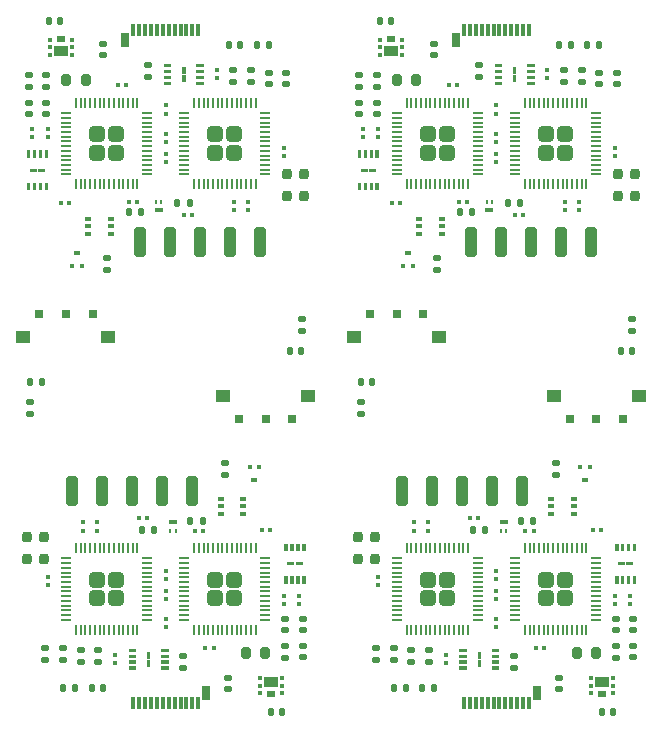
<source format=gbr>
%TF.GenerationSoftware,KiCad,Pcbnew,7.0.8*%
%TF.CreationDate,2024-04-11T01:14:03+02:00*%
%TF.ProjectId,Expansion_Card_Retrofit,45787061-6e73-4696-9f6e-5f436172645f,X1*%
%TF.SameCoordinates,Original*%
%TF.FileFunction,Paste,Top*%
%TF.FilePolarity,Positive*%
%FSLAX46Y46*%
G04 Gerber Fmt 4.6, Leading zero omitted, Abs format (unit mm)*
G04 Created by KiCad (PCBNEW 7.0.8) date 2024-04-11 01:14:03*
%MOMM*%
%LPD*%
G01*
G04 APERTURE LIST*
G04 Aperture macros list*
%AMRoundRect*
0 Rectangle with rounded corners*
0 $1 Rounding radius*
0 $2 $3 $4 $5 $6 $7 $8 $9 X,Y pos of 4 corners*
0 Add a 4 corners polygon primitive as box body*
4,1,4,$2,$3,$4,$5,$6,$7,$8,$9,$2,$3,0*
0 Add four circle primitives for the rounded corners*
1,1,$1+$1,$2,$3*
1,1,$1+$1,$4,$5*
1,1,$1+$1,$6,$7*
1,1,$1+$1,$8,$9*
0 Add four rect primitives between the rounded corners*
20,1,$1+$1,$2,$3,$4,$5,0*
20,1,$1+$1,$4,$5,$6,$7,0*
20,1,$1+$1,$6,$7,$8,$9,0*
20,1,$1+$1,$8,$9,$2,$3,0*%
G04 Aperture macros list end*
%ADD10C,0.010000*%
%ADD11RoundRect,0.250000X0.250000X1.000000X-0.250000X1.000000X-0.250000X-1.000000X0.250000X-1.000000X0*%
%ADD12RoundRect,0.250000X-0.250000X-1.000000X0.250000X-1.000000X0.250000X1.000000X-0.250000X1.000000X0*%
%ADD13RoundRect,0.135000X-0.185000X0.135000X-0.185000X-0.135000X0.185000X-0.135000X0.185000X0.135000X0*%
%ADD14RoundRect,0.135000X-0.135000X-0.185000X0.135000X-0.185000X0.135000X0.185000X-0.135000X0.185000X0*%
%ADD15R,0.800000X0.480000*%
%ADD16R,1.150000X0.950000*%
%ADD17R,0.425000X0.400000*%
%ADD18RoundRect,0.147500X0.147500X0.172500X-0.147500X0.172500X-0.147500X-0.172500X0.147500X-0.172500X0*%
%ADD19R,1.300000X1.000000*%
%ADD20R,0.800000X0.800000*%
%ADD21RoundRect,0.140000X-0.170000X0.140000X-0.170000X-0.140000X0.170000X-0.140000X0.170000X0.140000X0*%
%ADD22RoundRect,0.079500X-0.100500X0.079500X-0.100500X-0.079500X0.100500X-0.079500X0.100500X0.079500X0*%
%ADD23RoundRect,0.079500X0.100500X-0.079500X0.100500X0.079500X-0.100500X0.079500X-0.100500X-0.079500X0*%
%ADD24RoundRect,0.050000X0.050000X0.387500X-0.050000X0.387500X-0.050000X-0.387500X0.050000X-0.387500X0*%
%ADD25RoundRect,0.050000X0.387500X0.050000X-0.387500X0.050000X-0.387500X-0.050000X0.387500X-0.050000X0*%
%ADD26RoundRect,0.249999X0.395001X0.395001X-0.395001X0.395001X-0.395001X-0.395001X0.395001X-0.395001X0*%
%ADD27RoundRect,0.135000X0.185000X-0.135000X0.185000X0.135000X-0.185000X0.135000X-0.185000X-0.135000X0*%
%ADD28RoundRect,0.135000X0.135000X0.185000X-0.135000X0.185000X-0.135000X-0.185000X0.135000X-0.185000X0*%
%ADD29R,0.700000X0.400000*%
%ADD30R,0.250000X0.400000*%
%ADD31RoundRect,0.200000X-0.200000X-0.250000X0.200000X-0.250000X0.200000X0.250000X-0.200000X0.250000X0*%
%ADD32R,0.500000X0.450000*%
%ADD33R,0.400000X0.450000*%
%ADD34R,0.600000X0.420000*%
%ADD35RoundRect,0.200000X-0.200000X-0.275000X0.200000X-0.275000X0.200000X0.275000X-0.200000X0.275000X0*%
%ADD36RoundRect,0.079500X-0.079500X-0.100500X0.079500X-0.100500X0.079500X0.100500X-0.079500X0.100500X0*%
%ADD37RoundRect,0.079500X0.079500X0.100500X-0.079500X0.100500X-0.079500X-0.100500X0.079500X-0.100500X0*%
%ADD38RoundRect,0.050000X-0.387500X0.050000X-0.387500X-0.050000X0.387500X-0.050000X0.387500X0.050000X0*%
%ADD39RoundRect,0.050000X-0.050000X0.387500X-0.050000X-0.387500X0.050000X-0.387500X0.050000X0.387500X0*%
%ADD40RoundRect,0.249999X-0.395001X0.395001X-0.395001X-0.395001X0.395001X-0.395001X0.395001X0.395001X0*%
%ADD41R,0.700000X1.150000*%
%ADD42R,0.380000X1.000000*%
%ADD43RoundRect,0.140000X0.140000X0.170000X-0.140000X0.170000X-0.140000X-0.170000X0.140000X-0.170000X0*%
%ADD44RoundRect,0.147500X-0.147500X-0.172500X0.147500X-0.172500X0.147500X0.172500X-0.147500X0.172500X0*%
%ADD45RoundRect,0.140000X0.170000X-0.140000X0.170000X0.140000X-0.170000X0.140000X-0.170000X-0.140000X0*%
%ADD46RoundRect,0.249999X-0.395001X-0.395001X0.395001X-0.395001X0.395001X0.395001X-0.395001X0.395001X0*%
%ADD47RoundRect,0.050000X-0.387500X-0.050000X0.387500X-0.050000X0.387500X0.050000X-0.387500X0.050000X0*%
%ADD48RoundRect,0.050000X-0.050000X-0.387500X0.050000X-0.387500X0.050000X0.387500X-0.050000X0.387500X0*%
%ADD49RoundRect,0.200000X0.200000X0.250000X-0.200000X0.250000X-0.200000X-0.250000X0.200000X-0.250000X0*%
%ADD50RoundRect,0.200000X0.200000X0.275000X-0.200000X0.275000X-0.200000X-0.275000X0.200000X-0.275000X0*%
%ADD51RoundRect,0.249999X0.395001X-0.395001X0.395001X0.395001X-0.395001X0.395001X-0.395001X-0.395001X0*%
%ADD52RoundRect,0.050000X0.050000X-0.387500X0.050000X0.387500X-0.050000X0.387500X-0.050000X-0.387500X0*%
%ADD53RoundRect,0.050000X0.387500X-0.050000X0.387500X0.050000X-0.387500X0.050000X-0.387500X-0.050000X0*%
%ADD54RoundRect,0.140000X-0.140000X-0.170000X0.140000X-0.170000X0.140000X0.170000X-0.140000X0.170000X0*%
G04 APERTURE END LIST*
%TO.C,U5*%
D10*
X146400000Y-129600000D02*
X145850000Y-129600000D01*
X145850000Y-129400000D01*
X146400000Y-129400000D01*
X146400000Y-129600000D01*
G36*
X146400000Y-129600000D02*
G01*
X145850000Y-129600000D01*
X145850000Y-129400000D01*
X146400000Y-129400000D01*
X146400000Y-129600000D01*
G37*
X146400000Y-130100000D02*
X145850000Y-130100000D01*
X145850000Y-129900000D01*
X146400000Y-129900000D01*
X146400000Y-130100000D01*
G36*
X146400000Y-130100000D02*
G01*
X145850000Y-130100000D01*
X145850000Y-129900000D01*
X146400000Y-129900000D01*
X146400000Y-130100000D01*
G37*
X146400000Y-130600000D02*
X145850000Y-130600000D01*
X145850000Y-130400000D01*
X146400000Y-130400000D01*
X146400000Y-130600000D01*
G36*
X146400000Y-130600000D02*
G01*
X145850000Y-130600000D01*
X145850000Y-130400000D01*
X146400000Y-130400000D01*
X146400000Y-130600000D01*
G37*
X146400000Y-131100000D02*
X145850000Y-131100000D01*
X145850000Y-130900000D01*
X146400000Y-130900000D01*
X146400000Y-131100000D01*
G36*
X146400000Y-131100000D02*
G01*
X145850000Y-131100000D01*
X145850000Y-130900000D01*
X146400000Y-130900000D01*
X146400000Y-131100000D01*
G37*
X147600000Y-130150000D02*
X147400000Y-130150000D01*
X147400000Y-129650000D01*
X147600000Y-129650000D01*
X147600000Y-130150000D01*
G36*
X147600000Y-130150000D02*
G01*
X147400000Y-130150000D01*
X147400000Y-129650000D01*
X147600000Y-129650000D01*
X147600000Y-130150000D01*
G37*
X147600000Y-130850000D02*
X147400000Y-130850000D01*
X147400000Y-130350000D01*
X147600000Y-130350000D01*
X147600000Y-130850000D01*
G36*
X147600000Y-130850000D02*
G01*
X147400000Y-130850000D01*
X147400000Y-130350000D01*
X147600000Y-130350000D01*
X147600000Y-130850000D01*
G37*
X149150000Y-129600000D02*
X148600000Y-129600000D01*
X148600000Y-129400000D01*
X149150000Y-129400000D01*
X149150000Y-129600000D01*
G36*
X149150000Y-129600000D02*
G01*
X148600000Y-129600000D01*
X148600000Y-129400000D01*
X149150000Y-129400000D01*
X149150000Y-129600000D01*
G37*
X149150000Y-130100000D02*
X148600000Y-130100000D01*
X148600000Y-129900000D01*
X149150000Y-129900000D01*
X149150000Y-130100000D01*
G36*
X149150000Y-130100000D02*
G01*
X148600000Y-130100000D01*
X148600000Y-129900000D01*
X149150000Y-129900000D01*
X149150000Y-130100000D01*
G37*
X149150000Y-130600000D02*
X148600000Y-130600000D01*
X148600000Y-130400000D01*
X149150000Y-130400000D01*
X149150000Y-130600000D01*
G36*
X149150000Y-130600000D02*
G01*
X148600000Y-130600000D01*
X148600000Y-130400000D01*
X149150000Y-130400000D01*
X149150000Y-130600000D01*
G37*
X149150000Y-131100000D02*
X148600000Y-131100000D01*
X148600000Y-130900000D01*
X149150000Y-130900000D01*
X149150000Y-131100000D01*
G36*
X149150000Y-131100000D02*
G01*
X148600000Y-131100000D01*
X148600000Y-130900000D01*
X149150000Y-130900000D01*
X149150000Y-131100000D01*
G37*
%TO.C,U3*%
X159250000Y-123800000D02*
X159050000Y-123800000D01*
X159050000Y-123250000D01*
X159250000Y-123250000D01*
X159250000Y-123800000D01*
G36*
X159250000Y-123800000D02*
G01*
X159050000Y-123800000D01*
X159050000Y-123250000D01*
X159250000Y-123250000D01*
X159250000Y-123800000D01*
G37*
X159750000Y-123800000D02*
X159550000Y-123800000D01*
X159550000Y-123250000D01*
X159750000Y-123250000D01*
X159750000Y-123800000D01*
G36*
X159750000Y-123800000D02*
G01*
X159550000Y-123800000D01*
X159550000Y-123250000D01*
X159750000Y-123250000D01*
X159750000Y-123800000D01*
G37*
X160250000Y-123800000D02*
X160050000Y-123800000D01*
X160050000Y-123250000D01*
X160250000Y-123250000D01*
X160250000Y-123800000D01*
G36*
X160250000Y-123800000D02*
G01*
X160050000Y-123800000D01*
X160050000Y-123250000D01*
X160250000Y-123250000D01*
X160250000Y-123800000D01*
G37*
X160750000Y-123800000D02*
X160550000Y-123800000D01*
X160550000Y-123250000D01*
X160750000Y-123250000D01*
X160750000Y-123800000D01*
G36*
X160750000Y-123800000D02*
G01*
X160550000Y-123800000D01*
X160550000Y-123250000D01*
X160750000Y-123250000D01*
X160750000Y-123800000D01*
G37*
X159800000Y-122250000D02*
X159300000Y-122250000D01*
X159300000Y-122050000D01*
X159800000Y-122050000D01*
X159800000Y-122250000D01*
G36*
X159800000Y-122250000D02*
G01*
X159300000Y-122250000D01*
X159300000Y-122050000D01*
X159800000Y-122050000D01*
X159800000Y-122250000D01*
G37*
X160500000Y-122250000D02*
X160000000Y-122250000D01*
X160000000Y-122050000D01*
X160500000Y-122050000D01*
X160500000Y-122250000D01*
G36*
X160500000Y-122250000D02*
G01*
X160000000Y-122250000D01*
X160000000Y-122050000D01*
X160500000Y-122050000D01*
X160500000Y-122250000D01*
G37*
X159250000Y-121050000D02*
X159050000Y-121050000D01*
X159050000Y-120500000D01*
X159250000Y-120500000D01*
X159250000Y-121050000D01*
G36*
X159250000Y-121050000D02*
G01*
X159050000Y-121050000D01*
X159050000Y-120500000D01*
X159250000Y-120500000D01*
X159250000Y-121050000D01*
G37*
X159750000Y-121050000D02*
X159550000Y-121050000D01*
X159550000Y-120500000D01*
X159750000Y-120500000D01*
X159750000Y-121050000D01*
G36*
X159750000Y-121050000D02*
G01*
X159550000Y-121050000D01*
X159550000Y-120500000D01*
X159750000Y-120500000D01*
X159750000Y-121050000D01*
G37*
X160250000Y-121050000D02*
X160050000Y-121050000D01*
X160050000Y-120500000D01*
X160250000Y-120500000D01*
X160250000Y-121050000D01*
G36*
X160250000Y-121050000D02*
G01*
X160050000Y-121050000D01*
X160050000Y-120500000D01*
X160250000Y-120500000D01*
X160250000Y-121050000D01*
G37*
X160750000Y-121050000D02*
X160550000Y-121050000D01*
X160550000Y-120500000D01*
X160750000Y-120500000D01*
X160750000Y-121050000D01*
G36*
X160750000Y-121050000D02*
G01*
X160550000Y-121050000D01*
X160550000Y-120500000D01*
X160750000Y-120500000D01*
X160750000Y-121050000D01*
G37*
%TO.C,U5*%
X121150000Y-131100000D02*
X120600000Y-131100000D01*
X120600000Y-130900000D01*
X121150000Y-130900000D01*
X121150000Y-131100000D01*
G36*
X121150000Y-131100000D02*
G01*
X120600000Y-131100000D01*
X120600000Y-130900000D01*
X121150000Y-130900000D01*
X121150000Y-131100000D01*
G37*
X121150000Y-130600000D02*
X120600000Y-130600000D01*
X120600000Y-130400000D01*
X121150000Y-130400000D01*
X121150000Y-130600000D01*
G36*
X121150000Y-130600000D02*
G01*
X120600000Y-130600000D01*
X120600000Y-130400000D01*
X121150000Y-130400000D01*
X121150000Y-130600000D01*
G37*
X121150000Y-130100000D02*
X120600000Y-130100000D01*
X120600000Y-129900000D01*
X121150000Y-129900000D01*
X121150000Y-130100000D01*
G36*
X121150000Y-130100000D02*
G01*
X120600000Y-130100000D01*
X120600000Y-129900000D01*
X121150000Y-129900000D01*
X121150000Y-130100000D01*
G37*
X121150000Y-129600000D02*
X120600000Y-129600000D01*
X120600000Y-129400000D01*
X121150000Y-129400000D01*
X121150000Y-129600000D01*
G36*
X121150000Y-129600000D02*
G01*
X120600000Y-129600000D01*
X120600000Y-129400000D01*
X121150000Y-129400000D01*
X121150000Y-129600000D01*
G37*
X119600000Y-130850000D02*
X119400000Y-130850000D01*
X119400000Y-130350000D01*
X119600000Y-130350000D01*
X119600000Y-130850000D01*
G36*
X119600000Y-130850000D02*
G01*
X119400000Y-130850000D01*
X119400000Y-130350000D01*
X119600000Y-130350000D01*
X119600000Y-130850000D01*
G37*
X119600000Y-130150000D02*
X119400000Y-130150000D01*
X119400000Y-129650000D01*
X119600000Y-129650000D01*
X119600000Y-130150000D01*
G36*
X119600000Y-130150000D02*
G01*
X119400000Y-130150000D01*
X119400000Y-129650000D01*
X119600000Y-129650000D01*
X119600000Y-130150000D01*
G37*
X118400000Y-131100000D02*
X117850000Y-131100000D01*
X117850000Y-130900000D01*
X118400000Y-130900000D01*
X118400000Y-131100000D01*
G36*
X118400000Y-131100000D02*
G01*
X117850000Y-131100000D01*
X117850000Y-130900000D01*
X118400000Y-130900000D01*
X118400000Y-131100000D01*
G37*
X118400000Y-130600000D02*
X117850000Y-130600000D01*
X117850000Y-130400000D01*
X118400000Y-130400000D01*
X118400000Y-130600000D01*
G36*
X118400000Y-130600000D02*
G01*
X117850000Y-130600000D01*
X117850000Y-130400000D01*
X118400000Y-130400000D01*
X118400000Y-130600000D01*
G37*
X118400000Y-130100000D02*
X117850000Y-130100000D01*
X117850000Y-129900000D01*
X118400000Y-129900000D01*
X118400000Y-130100000D01*
G36*
X118400000Y-130100000D02*
G01*
X117850000Y-130100000D01*
X117850000Y-129900000D01*
X118400000Y-129900000D01*
X118400000Y-130100000D01*
G37*
X118400000Y-129600000D02*
X117850000Y-129600000D01*
X117850000Y-129400000D01*
X118400000Y-129400000D01*
X118400000Y-129600000D01*
G36*
X118400000Y-129600000D02*
G01*
X117850000Y-129600000D01*
X117850000Y-129400000D01*
X118400000Y-129400000D01*
X118400000Y-129600000D01*
G37*
%TO.C,U3*%
X132750000Y-121050000D02*
X132550000Y-121050000D01*
X132550000Y-120500000D01*
X132750000Y-120500000D01*
X132750000Y-121050000D01*
G36*
X132750000Y-121050000D02*
G01*
X132550000Y-121050000D01*
X132550000Y-120500000D01*
X132750000Y-120500000D01*
X132750000Y-121050000D01*
G37*
X132250000Y-121050000D02*
X132050000Y-121050000D01*
X132050000Y-120500000D01*
X132250000Y-120500000D01*
X132250000Y-121050000D01*
G36*
X132250000Y-121050000D02*
G01*
X132050000Y-121050000D01*
X132050000Y-120500000D01*
X132250000Y-120500000D01*
X132250000Y-121050000D01*
G37*
X131750000Y-121050000D02*
X131550000Y-121050000D01*
X131550000Y-120500000D01*
X131750000Y-120500000D01*
X131750000Y-121050000D01*
G36*
X131750000Y-121050000D02*
G01*
X131550000Y-121050000D01*
X131550000Y-120500000D01*
X131750000Y-120500000D01*
X131750000Y-121050000D01*
G37*
X131250000Y-121050000D02*
X131050000Y-121050000D01*
X131050000Y-120500000D01*
X131250000Y-120500000D01*
X131250000Y-121050000D01*
G36*
X131250000Y-121050000D02*
G01*
X131050000Y-121050000D01*
X131050000Y-120500000D01*
X131250000Y-120500000D01*
X131250000Y-121050000D01*
G37*
X132500000Y-122250000D02*
X132000000Y-122250000D01*
X132000000Y-122050000D01*
X132500000Y-122050000D01*
X132500000Y-122250000D01*
G36*
X132500000Y-122250000D02*
G01*
X132000000Y-122250000D01*
X132000000Y-122050000D01*
X132500000Y-122050000D01*
X132500000Y-122250000D01*
G37*
X131800000Y-122250000D02*
X131300000Y-122250000D01*
X131300000Y-122050000D01*
X131800000Y-122050000D01*
X131800000Y-122250000D01*
G36*
X131800000Y-122250000D02*
G01*
X131300000Y-122250000D01*
X131300000Y-122050000D01*
X131800000Y-122050000D01*
X131800000Y-122250000D01*
G37*
X132750000Y-123800000D02*
X132550000Y-123800000D01*
X132550000Y-123250000D01*
X132750000Y-123250000D01*
X132750000Y-123800000D01*
G36*
X132750000Y-123800000D02*
G01*
X132550000Y-123800000D01*
X132550000Y-123250000D01*
X132750000Y-123250000D01*
X132750000Y-123800000D01*
G37*
X132250000Y-123800000D02*
X132050000Y-123800000D01*
X132050000Y-123250000D01*
X132250000Y-123250000D01*
X132250000Y-123800000D01*
G36*
X132250000Y-123800000D02*
G01*
X132050000Y-123800000D01*
X132050000Y-123250000D01*
X132250000Y-123250000D01*
X132250000Y-123800000D01*
G37*
X131750000Y-123800000D02*
X131550000Y-123800000D01*
X131550000Y-123250000D01*
X131750000Y-123250000D01*
X131750000Y-123800000D01*
G36*
X131750000Y-123800000D02*
G01*
X131550000Y-123800000D01*
X131550000Y-123250000D01*
X131750000Y-123250000D01*
X131750000Y-123800000D01*
G37*
X131250000Y-123800000D02*
X131050000Y-123800000D01*
X131050000Y-123250000D01*
X131250000Y-123250000D01*
X131250000Y-123800000D01*
G36*
X131250000Y-123800000D02*
G01*
X131050000Y-123800000D01*
X131050000Y-123250000D01*
X131250000Y-123250000D01*
X131250000Y-123800000D01*
G37*
%TO.C,U5*%
X149400000Y-80100000D02*
X148850000Y-80100000D01*
X148850000Y-79900000D01*
X149400000Y-79900000D01*
X149400000Y-80100000D01*
G36*
X149400000Y-80100000D02*
G01*
X148850000Y-80100000D01*
X148850000Y-79900000D01*
X149400000Y-79900000D01*
X149400000Y-80100000D01*
G37*
X149400000Y-80600000D02*
X148850000Y-80600000D01*
X148850000Y-80400000D01*
X149400000Y-80400000D01*
X149400000Y-80600000D01*
G36*
X149400000Y-80600000D02*
G01*
X148850000Y-80600000D01*
X148850000Y-80400000D01*
X149400000Y-80400000D01*
X149400000Y-80600000D01*
G37*
X149400000Y-81100000D02*
X148850000Y-81100000D01*
X148850000Y-80900000D01*
X149400000Y-80900000D01*
X149400000Y-81100000D01*
G36*
X149400000Y-81100000D02*
G01*
X148850000Y-81100000D01*
X148850000Y-80900000D01*
X149400000Y-80900000D01*
X149400000Y-81100000D01*
G37*
X149400000Y-81600000D02*
X148850000Y-81600000D01*
X148850000Y-81400000D01*
X149400000Y-81400000D01*
X149400000Y-81600000D01*
G36*
X149400000Y-81600000D02*
G01*
X148850000Y-81600000D01*
X148850000Y-81400000D01*
X149400000Y-81400000D01*
X149400000Y-81600000D01*
G37*
X150600000Y-80650000D02*
X150400000Y-80650000D01*
X150400000Y-80150000D01*
X150600000Y-80150000D01*
X150600000Y-80650000D01*
G36*
X150600000Y-80650000D02*
G01*
X150400000Y-80650000D01*
X150400000Y-80150000D01*
X150600000Y-80150000D01*
X150600000Y-80650000D01*
G37*
X150600000Y-81350000D02*
X150400000Y-81350000D01*
X150400000Y-80850000D01*
X150600000Y-80850000D01*
X150600000Y-81350000D01*
G36*
X150600000Y-81350000D02*
G01*
X150400000Y-81350000D01*
X150400000Y-80850000D01*
X150600000Y-80850000D01*
X150600000Y-81350000D01*
G37*
X152150000Y-80100000D02*
X151600000Y-80100000D01*
X151600000Y-79900000D01*
X152150000Y-79900000D01*
X152150000Y-80100000D01*
G36*
X152150000Y-80100000D02*
G01*
X151600000Y-80100000D01*
X151600000Y-79900000D01*
X152150000Y-79900000D01*
X152150000Y-80100000D01*
G37*
X152150000Y-80600000D02*
X151600000Y-80600000D01*
X151600000Y-80400000D01*
X152150000Y-80400000D01*
X152150000Y-80600000D01*
G36*
X152150000Y-80600000D02*
G01*
X151600000Y-80600000D01*
X151600000Y-80400000D01*
X152150000Y-80400000D01*
X152150000Y-80600000D01*
G37*
X152150000Y-81100000D02*
X151600000Y-81100000D01*
X151600000Y-80900000D01*
X152150000Y-80900000D01*
X152150000Y-81100000D01*
G36*
X152150000Y-81100000D02*
G01*
X151600000Y-81100000D01*
X151600000Y-80900000D01*
X152150000Y-80900000D01*
X152150000Y-81100000D01*
G37*
X152150000Y-81600000D02*
X151600000Y-81600000D01*
X151600000Y-81400000D01*
X152150000Y-81400000D01*
X152150000Y-81600000D01*
G36*
X152150000Y-81600000D02*
G01*
X151600000Y-81600000D01*
X151600000Y-81400000D01*
X152150000Y-81400000D01*
X152150000Y-81600000D01*
G37*
%TO.C,U3*%
X137450000Y-90500000D02*
X137250000Y-90500000D01*
X137250000Y-89950000D01*
X137450000Y-89950000D01*
X137450000Y-90500000D01*
G36*
X137450000Y-90500000D02*
G01*
X137250000Y-90500000D01*
X137250000Y-89950000D01*
X137450000Y-89950000D01*
X137450000Y-90500000D01*
G37*
X137950000Y-90500000D02*
X137750000Y-90500000D01*
X137750000Y-89950000D01*
X137950000Y-89950000D01*
X137950000Y-90500000D01*
G36*
X137950000Y-90500000D02*
G01*
X137750000Y-90500000D01*
X137750000Y-89950000D01*
X137950000Y-89950000D01*
X137950000Y-90500000D01*
G37*
X138450000Y-90500000D02*
X138250000Y-90500000D01*
X138250000Y-89950000D01*
X138450000Y-89950000D01*
X138450000Y-90500000D01*
G36*
X138450000Y-90500000D02*
G01*
X138250000Y-90500000D01*
X138250000Y-89950000D01*
X138450000Y-89950000D01*
X138450000Y-90500000D01*
G37*
X138950000Y-90500000D02*
X138750000Y-90500000D01*
X138750000Y-89950000D01*
X138950000Y-89950000D01*
X138950000Y-90500000D01*
G36*
X138950000Y-90500000D02*
G01*
X138750000Y-90500000D01*
X138750000Y-89950000D01*
X138950000Y-89950000D01*
X138950000Y-90500000D01*
G37*
X138000000Y-88950000D02*
X137500000Y-88950000D01*
X137500000Y-88750000D01*
X138000000Y-88750000D01*
X138000000Y-88950000D01*
G36*
X138000000Y-88950000D02*
G01*
X137500000Y-88950000D01*
X137500000Y-88750000D01*
X138000000Y-88750000D01*
X138000000Y-88950000D01*
G37*
X138700000Y-88950000D02*
X138200000Y-88950000D01*
X138200000Y-88750000D01*
X138700000Y-88750000D01*
X138700000Y-88950000D01*
G36*
X138700000Y-88950000D02*
G01*
X138200000Y-88950000D01*
X138200000Y-88750000D01*
X138700000Y-88750000D01*
X138700000Y-88950000D01*
G37*
X137450000Y-87750000D02*
X137250000Y-87750000D01*
X137250000Y-87200000D01*
X137450000Y-87200000D01*
X137450000Y-87750000D01*
G36*
X137450000Y-87750000D02*
G01*
X137250000Y-87750000D01*
X137250000Y-87200000D01*
X137450000Y-87200000D01*
X137450000Y-87750000D01*
G37*
X137950000Y-87750000D02*
X137750000Y-87750000D01*
X137750000Y-87200000D01*
X137950000Y-87200000D01*
X137950000Y-87750000D01*
G36*
X137950000Y-87750000D02*
G01*
X137750000Y-87750000D01*
X137750000Y-87200000D01*
X137950000Y-87200000D01*
X137950000Y-87750000D01*
G37*
X138450000Y-87750000D02*
X138250000Y-87750000D01*
X138250000Y-87200000D01*
X138450000Y-87200000D01*
X138450000Y-87750000D01*
G36*
X138450000Y-87750000D02*
G01*
X138250000Y-87750000D01*
X138250000Y-87200000D01*
X138450000Y-87200000D01*
X138450000Y-87750000D01*
G37*
X138950000Y-87750000D02*
X138750000Y-87750000D01*
X138750000Y-87200000D01*
X138950000Y-87200000D01*
X138950000Y-87750000D01*
G36*
X138950000Y-87750000D02*
G01*
X138750000Y-87750000D01*
X138750000Y-87200000D01*
X138950000Y-87200000D01*
X138950000Y-87750000D01*
G37*
%TO.C,U5*%
X124150000Y-81600000D02*
X123600000Y-81600000D01*
X123600000Y-81400000D01*
X124150000Y-81400000D01*
X124150000Y-81600000D01*
G36*
X124150000Y-81600000D02*
G01*
X123600000Y-81600000D01*
X123600000Y-81400000D01*
X124150000Y-81400000D01*
X124150000Y-81600000D01*
G37*
X124150000Y-81100000D02*
X123600000Y-81100000D01*
X123600000Y-80900000D01*
X124150000Y-80900000D01*
X124150000Y-81100000D01*
G36*
X124150000Y-81100000D02*
G01*
X123600000Y-81100000D01*
X123600000Y-80900000D01*
X124150000Y-80900000D01*
X124150000Y-81100000D01*
G37*
X124150000Y-80600000D02*
X123600000Y-80600000D01*
X123600000Y-80400000D01*
X124150000Y-80400000D01*
X124150000Y-80600000D01*
G36*
X124150000Y-80600000D02*
G01*
X123600000Y-80600000D01*
X123600000Y-80400000D01*
X124150000Y-80400000D01*
X124150000Y-80600000D01*
G37*
X124150000Y-80100000D02*
X123600000Y-80100000D01*
X123600000Y-79900000D01*
X124150000Y-79900000D01*
X124150000Y-80100000D01*
G36*
X124150000Y-80100000D02*
G01*
X123600000Y-80100000D01*
X123600000Y-79900000D01*
X124150000Y-79900000D01*
X124150000Y-80100000D01*
G37*
X122600000Y-81350000D02*
X122400000Y-81350000D01*
X122400000Y-80850000D01*
X122600000Y-80850000D01*
X122600000Y-81350000D01*
G36*
X122600000Y-81350000D02*
G01*
X122400000Y-81350000D01*
X122400000Y-80850000D01*
X122600000Y-80850000D01*
X122600000Y-81350000D01*
G37*
X122600000Y-80650000D02*
X122400000Y-80650000D01*
X122400000Y-80150000D01*
X122600000Y-80150000D01*
X122600000Y-80650000D01*
G36*
X122600000Y-80650000D02*
G01*
X122400000Y-80650000D01*
X122400000Y-80150000D01*
X122600000Y-80150000D01*
X122600000Y-80650000D01*
G37*
X121400000Y-81600000D02*
X120850000Y-81600000D01*
X120850000Y-81400000D01*
X121400000Y-81400000D01*
X121400000Y-81600000D01*
G36*
X121400000Y-81600000D02*
G01*
X120850000Y-81600000D01*
X120850000Y-81400000D01*
X121400000Y-81400000D01*
X121400000Y-81600000D01*
G37*
X121400000Y-81100000D02*
X120850000Y-81100000D01*
X120850000Y-80900000D01*
X121400000Y-80900000D01*
X121400000Y-81100000D01*
G36*
X121400000Y-81100000D02*
G01*
X120850000Y-81100000D01*
X120850000Y-80900000D01*
X121400000Y-80900000D01*
X121400000Y-81100000D01*
G37*
X121400000Y-80600000D02*
X120850000Y-80600000D01*
X120850000Y-80400000D01*
X121400000Y-80400000D01*
X121400000Y-80600000D01*
G36*
X121400000Y-80600000D02*
G01*
X120850000Y-80600000D01*
X120850000Y-80400000D01*
X121400000Y-80400000D01*
X121400000Y-80600000D01*
G37*
X121400000Y-80100000D02*
X120850000Y-80100000D01*
X120850000Y-79900000D01*
X121400000Y-79900000D01*
X121400000Y-80100000D01*
G36*
X121400000Y-80100000D02*
G01*
X120850000Y-80100000D01*
X120850000Y-79900000D01*
X121400000Y-79900000D01*
X121400000Y-80100000D01*
G37*
%TO.C,U3*%
X109450000Y-90500000D02*
X109250000Y-90500000D01*
X109250000Y-89950000D01*
X109450000Y-89950000D01*
X109450000Y-90500000D01*
G36*
X109450000Y-90500000D02*
G01*
X109250000Y-90500000D01*
X109250000Y-89950000D01*
X109450000Y-89950000D01*
X109450000Y-90500000D01*
G37*
X109950000Y-90500000D02*
X109750000Y-90500000D01*
X109750000Y-89950000D01*
X109950000Y-89950000D01*
X109950000Y-90500000D01*
G36*
X109950000Y-90500000D02*
G01*
X109750000Y-90500000D01*
X109750000Y-89950000D01*
X109950000Y-89950000D01*
X109950000Y-90500000D01*
G37*
X110450000Y-90500000D02*
X110250000Y-90500000D01*
X110250000Y-89950000D01*
X110450000Y-89950000D01*
X110450000Y-90500000D01*
G36*
X110450000Y-90500000D02*
G01*
X110250000Y-90500000D01*
X110250000Y-89950000D01*
X110450000Y-89950000D01*
X110450000Y-90500000D01*
G37*
X110950000Y-90500000D02*
X110750000Y-90500000D01*
X110750000Y-89950000D01*
X110950000Y-89950000D01*
X110950000Y-90500000D01*
G36*
X110950000Y-90500000D02*
G01*
X110750000Y-90500000D01*
X110750000Y-89950000D01*
X110950000Y-89950000D01*
X110950000Y-90500000D01*
G37*
X110000000Y-88950000D02*
X109500000Y-88950000D01*
X109500000Y-88750000D01*
X110000000Y-88750000D01*
X110000000Y-88950000D01*
G36*
X110000000Y-88950000D02*
G01*
X109500000Y-88950000D01*
X109500000Y-88750000D01*
X110000000Y-88750000D01*
X110000000Y-88950000D01*
G37*
X110700000Y-88950000D02*
X110200000Y-88950000D01*
X110200000Y-88750000D01*
X110700000Y-88750000D01*
X110700000Y-88950000D01*
G36*
X110700000Y-88950000D02*
G01*
X110200000Y-88950000D01*
X110200000Y-88750000D01*
X110700000Y-88750000D01*
X110700000Y-88950000D01*
G37*
X109450000Y-87750000D02*
X109250000Y-87750000D01*
X109250000Y-87200000D01*
X109450000Y-87200000D01*
X109450000Y-87750000D01*
G36*
X109450000Y-87750000D02*
G01*
X109250000Y-87750000D01*
X109250000Y-87200000D01*
X109450000Y-87200000D01*
X109450000Y-87750000D01*
G37*
X109950000Y-87750000D02*
X109750000Y-87750000D01*
X109750000Y-87200000D01*
X109950000Y-87200000D01*
X109950000Y-87750000D01*
G36*
X109950000Y-87750000D02*
G01*
X109750000Y-87750000D01*
X109750000Y-87200000D01*
X109950000Y-87200000D01*
X109950000Y-87750000D01*
G37*
X110450000Y-87750000D02*
X110250000Y-87750000D01*
X110250000Y-87200000D01*
X110450000Y-87200000D01*
X110450000Y-87750000D01*
G36*
X110450000Y-87750000D02*
G01*
X110250000Y-87750000D01*
X110250000Y-87200000D01*
X110450000Y-87200000D01*
X110450000Y-87750000D01*
G37*
X110950000Y-87750000D02*
X110750000Y-87750000D01*
X110750000Y-87200000D01*
X110950000Y-87200000D01*
X110950000Y-87750000D01*
G36*
X110950000Y-87750000D02*
G01*
X110750000Y-87750000D01*
X110750000Y-87200000D01*
X110950000Y-87200000D01*
X110950000Y-87750000D01*
G37*
%TD*%
D11*
%TO.C,J1*%
X141020000Y-116025000D03*
X143560000Y-116025000D03*
X146100000Y-116025000D03*
X148640000Y-116025000D03*
X151180000Y-116025000D03*
%TD*%
%TO.C,J1*%
X123180000Y-116025000D03*
X120640000Y-116025000D03*
X118100000Y-116025000D03*
X115560000Y-116025000D03*
X113020000Y-116025000D03*
%TD*%
D12*
%TO.C,J1*%
X146820000Y-94975000D03*
X149360000Y-94975000D03*
X151900000Y-94975000D03*
X154440000Y-94975000D03*
X156980000Y-94975000D03*
%TD*%
%TO.C,J1*%
X118820000Y-94975000D03*
X121360000Y-94975000D03*
X123900000Y-94975000D03*
X126440000Y-94975000D03*
X128980000Y-94975000D03*
%TD*%
D13*
%TO.C,R2*%
X154000000Y-114660000D03*
X154000000Y-113640000D03*
%TD*%
D14*
%TO.C,R17*%
X141310000Y-132750000D03*
X140290000Y-132750000D03*
%TD*%
D15*
%TO.C,U1*%
X157900000Y-133225000D03*
D16*
X157900000Y-132200000D03*
D17*
X158837500Y-131875000D03*
X158837500Y-132525000D03*
X158837500Y-133175000D03*
X156962500Y-133175000D03*
X156962500Y-132525000D03*
X156962500Y-131875000D03*
%TD*%
D18*
%TO.C,D1*%
X137515000Y-106837500D03*
X138485000Y-106837500D03*
%TD*%
D19*
%TO.C,S1*%
X161050000Y-108013500D03*
X153850000Y-108013500D03*
D20*
X155200000Y-109913500D03*
X157450000Y-109913500D03*
X159700000Y-109913500D03*
%TD*%
D21*
%TO.C,C14*%
X140300000Y-130330000D03*
X140300000Y-129370000D03*
%TD*%
D22*
%TO.C,C13*%
X144700000Y-130595000D03*
X144700000Y-129905000D03*
%TD*%
D21*
%TO.C,C15*%
X138800000Y-130330000D03*
X138800000Y-129370000D03*
%TD*%
D23*
%TO.C,C12*%
X142000000Y-118705000D03*
X142000000Y-119395000D03*
%TD*%
D22*
%TO.C,C21*%
X139000000Y-124015000D03*
X139000000Y-123325000D03*
%TD*%
D24*
%TO.C,U4*%
X146600000Y-127787500D03*
X146200000Y-127787500D03*
X145800000Y-127787500D03*
X145400000Y-127787500D03*
X145000000Y-127787500D03*
X144600000Y-127787500D03*
X144200000Y-127787500D03*
X143800000Y-127787500D03*
X143400000Y-127787500D03*
X143000000Y-127787500D03*
X142600000Y-127787500D03*
X142200000Y-127787500D03*
X141800000Y-127787500D03*
X141400000Y-127787500D03*
D25*
X140562500Y-126950000D03*
X140562500Y-126550000D03*
X140562500Y-126150000D03*
X140562500Y-125750000D03*
X140562500Y-125350000D03*
X140562500Y-124950000D03*
X140562500Y-124550000D03*
X140562500Y-124150000D03*
X140562500Y-123750000D03*
X140562500Y-123350000D03*
X140562500Y-122950000D03*
X140562500Y-122550000D03*
X140562500Y-122150000D03*
X140562500Y-121750000D03*
D24*
X141400000Y-120912500D03*
X141800000Y-120912500D03*
X142200000Y-120912500D03*
X142600000Y-120912500D03*
X143000000Y-120912500D03*
X143400000Y-120912500D03*
X143800000Y-120912500D03*
X144200000Y-120912500D03*
X144600000Y-120912500D03*
X145000000Y-120912500D03*
X145400000Y-120912500D03*
X145800000Y-120912500D03*
X146200000Y-120912500D03*
X146600000Y-120912500D03*
D25*
X147437500Y-121750000D03*
X147437500Y-122150000D03*
X147437500Y-122550000D03*
X147437500Y-122950000D03*
X147437500Y-123350000D03*
X147437500Y-123750000D03*
X147437500Y-124150000D03*
X147437500Y-124550000D03*
X147437500Y-124950000D03*
X147437500Y-125350000D03*
X147437500Y-125750000D03*
X147437500Y-126150000D03*
X147437500Y-126550000D03*
X147437500Y-126950000D03*
D26*
X143200000Y-123550000D03*
X143200000Y-125150000D03*
X144800000Y-123550000D03*
X144800000Y-125150000D03*
%TD*%
D23*
%TO.C,C20*%
X143200000Y-118705000D03*
X143200000Y-119395000D03*
%TD*%
D22*
%TO.C,C16*%
X149000000Y-127595000D03*
X149000000Y-126905000D03*
%TD*%
D23*
%TO.C,C19*%
X149000000Y-122805000D03*
X149000000Y-123495000D03*
%TD*%
D27*
%TO.C,R1*%
X150500000Y-130040000D03*
X150500000Y-131060000D03*
%TD*%
D28*
%TO.C,R15*%
X151090000Y-118550000D03*
X152110000Y-118550000D03*
%TD*%
D27*
%TO.C,R4*%
X137500000Y-108477500D03*
X137500000Y-109497500D03*
%TD*%
D29*
%TO.C,Q1*%
X149600000Y-118700000D03*
D30*
X149825000Y-119400000D03*
X149375000Y-119400000D03*
%TD*%
D31*
%TO.C,X1*%
X138725000Y-119925000D03*
X138725000Y-121775000D03*
X137275000Y-121775000D03*
X137275000Y-119925000D03*
%TD*%
D27*
%TO.C,R9*%
X143300000Y-129540000D03*
X143300000Y-130560000D03*
%TD*%
D32*
%TO.C,Q2*%
X156500000Y-115125000D03*
D33*
X156100000Y-113975000D03*
X156900000Y-113975000D03*
%TD*%
D34*
%TO.C,Q3*%
X153650000Y-118000000D03*
X153650000Y-117350000D03*
X153650000Y-116700000D03*
X155550000Y-116700000D03*
X155550000Y-117350000D03*
X155550000Y-118000000D03*
%TD*%
D21*
%TO.C,C1*%
X154300000Y-132830000D03*
X154300000Y-131870000D03*
%TD*%
D27*
%TO.C,R12*%
X159100000Y-129140000D03*
X159100000Y-130160000D03*
%TD*%
D35*
%TO.C,R11*%
X157425000Y-129750000D03*
X155775000Y-129750000D03*
%TD*%
D22*
%TO.C,C11*%
X160300000Y-125595000D03*
X160300000Y-124905000D03*
%TD*%
%TO.C,C6*%
X159000000Y-125595000D03*
X159000000Y-124905000D03*
%TD*%
D36*
%TO.C,C10*%
X157845000Y-119350000D03*
X157155000Y-119350000D03*
%TD*%
D37*
%TO.C,C24*%
X152355000Y-129350000D03*
X153045000Y-129350000D03*
%TD*%
D21*
%TO.C,C7*%
X160600000Y-127830000D03*
X160600000Y-126870000D03*
%TD*%
D37*
%TO.C,C22*%
X151455000Y-119450000D03*
X152145000Y-119450000D03*
%TD*%
D38*
%TO.C,U2*%
X157437500Y-121750000D03*
X157437500Y-122150000D03*
X157437500Y-122550000D03*
X157437500Y-122950000D03*
X157437500Y-123350000D03*
X157437500Y-123750000D03*
X157437500Y-124150000D03*
X157437500Y-124550000D03*
X157437500Y-124950000D03*
X157437500Y-125350000D03*
X157437500Y-125750000D03*
X157437500Y-126150000D03*
X157437500Y-126550000D03*
X157437500Y-126950000D03*
D39*
X156600000Y-127787500D03*
X156200000Y-127787500D03*
X155800000Y-127787500D03*
X155400000Y-127787500D03*
X155000000Y-127787500D03*
X154600000Y-127787500D03*
X154200000Y-127787500D03*
X153800000Y-127787500D03*
X153400000Y-127787500D03*
X153000000Y-127787500D03*
X152600000Y-127787500D03*
X152200000Y-127787500D03*
X151800000Y-127787500D03*
X151400000Y-127787500D03*
D38*
X150562500Y-126950000D03*
X150562500Y-126550000D03*
X150562500Y-126150000D03*
X150562500Y-125750000D03*
X150562500Y-125350000D03*
X150562500Y-124950000D03*
X150562500Y-124550000D03*
X150562500Y-124150000D03*
X150562500Y-123750000D03*
X150562500Y-123350000D03*
X150562500Y-122950000D03*
X150562500Y-122550000D03*
X150562500Y-122150000D03*
X150562500Y-121750000D03*
D39*
X151400000Y-120912500D03*
X151800000Y-120912500D03*
X152200000Y-120912500D03*
X152600000Y-120912500D03*
X153000000Y-120912500D03*
X153400000Y-120912500D03*
X153800000Y-120912500D03*
X154200000Y-120912500D03*
X154600000Y-120912500D03*
X155000000Y-120912500D03*
X155400000Y-120912500D03*
X155800000Y-120912500D03*
X156200000Y-120912500D03*
X156600000Y-120912500D03*
D40*
X153200000Y-125150000D03*
X154800000Y-125150000D03*
X153200000Y-123550000D03*
X154800000Y-123550000D03*
%TD*%
D21*
%TO.C,C8*%
X159100000Y-127830000D03*
X159100000Y-126870000D03*
%TD*%
D22*
%TO.C,C5*%
X149000000Y-125195000D03*
X149000000Y-124505000D03*
%TD*%
D21*
%TO.C,C9*%
X160600000Y-130130000D03*
X160600000Y-129170000D03*
%TD*%
D41*
%TO.C,P1*%
X152420000Y-133120000D03*
D42*
X146250000Y-133960000D03*
X146750000Y-133960000D03*
X147250000Y-133960000D03*
X147750000Y-133960000D03*
X148250000Y-133960000D03*
X148750000Y-133960000D03*
X149250000Y-133960000D03*
X149750000Y-133960000D03*
X150250000Y-133960000D03*
X150750000Y-133960000D03*
X151250000Y-133960000D03*
X151750000Y-133960000D03*
%TD*%
D37*
%TO.C,C18*%
X146755000Y-118350000D03*
X147445000Y-118350000D03*
%TD*%
D18*
%TO.C,D2*%
X142715000Y-132750000D03*
X143685000Y-132750000D03*
%TD*%
D28*
%TO.C,R16*%
X146990000Y-119350000D03*
X148010000Y-119350000D03*
%TD*%
D27*
%TO.C,R10*%
X141800000Y-129540000D03*
X141800000Y-130560000D03*
%TD*%
D43*
%TO.C,C2*%
X157920000Y-134750000D03*
X158880000Y-134750000D03*
%TD*%
D13*
%TO.C,R2*%
X126000000Y-113640000D03*
X126000000Y-114660000D03*
%TD*%
D14*
%TO.C,R17*%
X112290000Y-132750000D03*
X113310000Y-132750000D03*
%TD*%
D17*
%TO.C,U1*%
X128962500Y-131875000D03*
X128962500Y-132525000D03*
X128962500Y-133175000D03*
X130837500Y-133175000D03*
X130837500Y-132525000D03*
X130837500Y-131875000D03*
D16*
X129900000Y-132200000D03*
D15*
X129900000Y-133225000D03*
%TD*%
D18*
%TO.C,D1*%
X110485000Y-106837500D03*
X109515000Y-106837500D03*
%TD*%
D20*
%TO.C,S1*%
X131700000Y-109913500D03*
X129450000Y-109913500D03*
X127200000Y-109913500D03*
D19*
X125850000Y-108013500D03*
X133050000Y-108013500D03*
%TD*%
D21*
%TO.C,C14*%
X112300000Y-129370000D03*
X112300000Y-130330000D03*
%TD*%
D22*
%TO.C,C13*%
X116700000Y-129905000D03*
X116700000Y-130595000D03*
%TD*%
D21*
%TO.C,C15*%
X110800000Y-129370000D03*
X110800000Y-130330000D03*
%TD*%
D23*
%TO.C,C12*%
X114000000Y-119395000D03*
X114000000Y-118705000D03*
%TD*%
D22*
%TO.C,C21*%
X111000000Y-123325000D03*
X111000000Y-124015000D03*
%TD*%
D26*
%TO.C,U4*%
X116800000Y-125150000D03*
X116800000Y-123550000D03*
X115200000Y-125150000D03*
X115200000Y-123550000D03*
D25*
X119437500Y-126950000D03*
X119437500Y-126550000D03*
X119437500Y-126150000D03*
X119437500Y-125750000D03*
X119437500Y-125350000D03*
X119437500Y-124950000D03*
X119437500Y-124550000D03*
X119437500Y-124150000D03*
X119437500Y-123750000D03*
X119437500Y-123350000D03*
X119437500Y-122950000D03*
X119437500Y-122550000D03*
X119437500Y-122150000D03*
X119437500Y-121750000D03*
D24*
X118600000Y-120912500D03*
X118200000Y-120912500D03*
X117800000Y-120912500D03*
X117400000Y-120912500D03*
X117000000Y-120912500D03*
X116600000Y-120912500D03*
X116200000Y-120912500D03*
X115800000Y-120912500D03*
X115400000Y-120912500D03*
X115000000Y-120912500D03*
X114600000Y-120912500D03*
X114200000Y-120912500D03*
X113800000Y-120912500D03*
X113400000Y-120912500D03*
D25*
X112562500Y-121750000D03*
X112562500Y-122150000D03*
X112562500Y-122550000D03*
X112562500Y-122950000D03*
X112562500Y-123350000D03*
X112562500Y-123750000D03*
X112562500Y-124150000D03*
X112562500Y-124550000D03*
X112562500Y-124950000D03*
X112562500Y-125350000D03*
X112562500Y-125750000D03*
X112562500Y-126150000D03*
X112562500Y-126550000D03*
X112562500Y-126950000D03*
D24*
X113400000Y-127787500D03*
X113800000Y-127787500D03*
X114200000Y-127787500D03*
X114600000Y-127787500D03*
X115000000Y-127787500D03*
X115400000Y-127787500D03*
X115800000Y-127787500D03*
X116200000Y-127787500D03*
X116600000Y-127787500D03*
X117000000Y-127787500D03*
X117400000Y-127787500D03*
X117800000Y-127787500D03*
X118200000Y-127787500D03*
X118600000Y-127787500D03*
%TD*%
D23*
%TO.C,C20*%
X115200000Y-119395000D03*
X115200000Y-118705000D03*
%TD*%
D22*
%TO.C,C16*%
X121000000Y-126905000D03*
X121000000Y-127595000D03*
%TD*%
D23*
%TO.C,C19*%
X121000000Y-123495000D03*
X121000000Y-122805000D03*
%TD*%
D27*
%TO.C,R1*%
X122500000Y-131060000D03*
X122500000Y-130040000D03*
%TD*%
D28*
%TO.C,R15*%
X124110000Y-118550000D03*
X123090000Y-118550000D03*
%TD*%
D27*
%TO.C,R4*%
X109500000Y-109497500D03*
X109500000Y-108477500D03*
%TD*%
D30*
%TO.C,Q1*%
X121375000Y-119400000D03*
X121825000Y-119400000D03*
D29*
X121600000Y-118700000D03*
%TD*%
D31*
%TO.C,X1*%
X109275000Y-119925000D03*
X109275000Y-121775000D03*
X110725000Y-121775000D03*
X110725000Y-119925000D03*
%TD*%
D27*
%TO.C,R9*%
X115300000Y-130560000D03*
X115300000Y-129540000D03*
%TD*%
D33*
%TO.C,Q2*%
X128900000Y-113975000D03*
X128100000Y-113975000D03*
D32*
X128500000Y-115125000D03*
%TD*%
D34*
%TO.C,Q3*%
X127550000Y-118000000D03*
X127550000Y-117350000D03*
X127550000Y-116700000D03*
X125650000Y-116700000D03*
X125650000Y-117350000D03*
X125650000Y-118000000D03*
%TD*%
D21*
%TO.C,C1*%
X126300000Y-131870000D03*
X126300000Y-132830000D03*
%TD*%
D27*
%TO.C,R12*%
X131100000Y-130160000D03*
X131100000Y-129140000D03*
%TD*%
D35*
%TO.C,R11*%
X127775000Y-129750000D03*
X129425000Y-129750000D03*
%TD*%
D22*
%TO.C,C11*%
X132300000Y-124905000D03*
X132300000Y-125595000D03*
%TD*%
%TO.C,C6*%
X131000000Y-124905000D03*
X131000000Y-125595000D03*
%TD*%
D36*
%TO.C,C10*%
X129155000Y-119350000D03*
X129845000Y-119350000D03*
%TD*%
D37*
%TO.C,C24*%
X125045000Y-129350000D03*
X124355000Y-129350000D03*
%TD*%
D21*
%TO.C,C7*%
X132600000Y-126870000D03*
X132600000Y-127830000D03*
%TD*%
D37*
%TO.C,C22*%
X124145000Y-119450000D03*
X123455000Y-119450000D03*
%TD*%
D40*
%TO.C,U2*%
X126800000Y-123550000D03*
X125200000Y-123550000D03*
X126800000Y-125150000D03*
X125200000Y-125150000D03*
D39*
X128600000Y-120912500D03*
X128200000Y-120912500D03*
X127800000Y-120912500D03*
X127400000Y-120912500D03*
X127000000Y-120912500D03*
X126600000Y-120912500D03*
X126200000Y-120912500D03*
X125800000Y-120912500D03*
X125400000Y-120912500D03*
X125000000Y-120912500D03*
X124600000Y-120912500D03*
X124200000Y-120912500D03*
X123800000Y-120912500D03*
X123400000Y-120912500D03*
D38*
X122562500Y-121750000D03*
X122562500Y-122150000D03*
X122562500Y-122550000D03*
X122562500Y-122950000D03*
X122562500Y-123350000D03*
X122562500Y-123750000D03*
X122562500Y-124150000D03*
X122562500Y-124550000D03*
X122562500Y-124950000D03*
X122562500Y-125350000D03*
X122562500Y-125750000D03*
X122562500Y-126150000D03*
X122562500Y-126550000D03*
X122562500Y-126950000D03*
D39*
X123400000Y-127787500D03*
X123800000Y-127787500D03*
X124200000Y-127787500D03*
X124600000Y-127787500D03*
X125000000Y-127787500D03*
X125400000Y-127787500D03*
X125800000Y-127787500D03*
X126200000Y-127787500D03*
X126600000Y-127787500D03*
X127000000Y-127787500D03*
X127400000Y-127787500D03*
X127800000Y-127787500D03*
X128200000Y-127787500D03*
X128600000Y-127787500D03*
D38*
X129437500Y-126950000D03*
X129437500Y-126550000D03*
X129437500Y-126150000D03*
X129437500Y-125750000D03*
X129437500Y-125350000D03*
X129437500Y-124950000D03*
X129437500Y-124550000D03*
X129437500Y-124150000D03*
X129437500Y-123750000D03*
X129437500Y-123350000D03*
X129437500Y-122950000D03*
X129437500Y-122550000D03*
X129437500Y-122150000D03*
X129437500Y-121750000D03*
%TD*%
D21*
%TO.C,C8*%
X131100000Y-126870000D03*
X131100000Y-127830000D03*
%TD*%
D22*
%TO.C,C5*%
X121000000Y-124505000D03*
X121000000Y-125195000D03*
%TD*%
D21*
%TO.C,C9*%
X132600000Y-129170000D03*
X132600000Y-130130000D03*
%TD*%
D42*
%TO.C,P1*%
X123750000Y-133960000D03*
X123250000Y-133960000D03*
X122750000Y-133960000D03*
X122250000Y-133960000D03*
X121750000Y-133960000D03*
X121250000Y-133960000D03*
X120750000Y-133960000D03*
X120250000Y-133960000D03*
X119750000Y-133960000D03*
X119250000Y-133960000D03*
X118750000Y-133960000D03*
X118250000Y-133960000D03*
D41*
X124420000Y-133120000D03*
%TD*%
D37*
%TO.C,C18*%
X119445000Y-118350000D03*
X118755000Y-118350000D03*
%TD*%
D18*
%TO.C,D2*%
X115685000Y-132750000D03*
X114715000Y-132750000D03*
%TD*%
D28*
%TO.C,R16*%
X120010000Y-119350000D03*
X118990000Y-119350000D03*
%TD*%
D27*
%TO.C,R10*%
X113800000Y-130560000D03*
X113800000Y-129540000D03*
%TD*%
D43*
%TO.C,C2*%
X130880000Y-134750000D03*
X129920000Y-134750000D03*
%TD*%
D27*
%TO.C,R2*%
X144000000Y-97360000D03*
X144000000Y-96340000D03*
%TD*%
D28*
%TO.C,R17*%
X157710000Y-78250000D03*
X156690000Y-78250000D03*
%TD*%
D17*
%TO.C,U1*%
X141037500Y-79125000D03*
X141037500Y-78475000D03*
X141037500Y-77825000D03*
X139162500Y-77825000D03*
X139162500Y-78475000D03*
X139162500Y-79125000D03*
D16*
X140100000Y-78800000D03*
D15*
X140100000Y-77775000D03*
%TD*%
D44*
%TO.C,D1*%
X159515000Y-104162500D03*
X160485000Y-104162500D03*
%TD*%
D20*
%TO.C,S1*%
X138300000Y-101086500D03*
X140550000Y-101086500D03*
X142800000Y-101086500D03*
D19*
X144150000Y-102986500D03*
X136950000Y-102986500D03*
%TD*%
D45*
%TO.C,C14*%
X157700000Y-81630000D03*
X157700000Y-80670000D03*
%TD*%
D23*
%TO.C,C13*%
X153300000Y-81095000D03*
X153300000Y-80405000D03*
%TD*%
D45*
%TO.C,C15*%
X159200000Y-81630000D03*
X159200000Y-80670000D03*
%TD*%
D22*
%TO.C,C12*%
X156000000Y-91605000D03*
X156000000Y-92295000D03*
%TD*%
D23*
%TO.C,C21*%
X159000000Y-87675000D03*
X159000000Y-86985000D03*
%TD*%
D46*
%TO.C,U4*%
X153200000Y-85850000D03*
X153200000Y-87450000D03*
X154800000Y-85850000D03*
X154800000Y-87450000D03*
D47*
X150562500Y-84050000D03*
X150562500Y-84450000D03*
X150562500Y-84850000D03*
X150562500Y-85250000D03*
X150562500Y-85650000D03*
X150562500Y-86050000D03*
X150562500Y-86450000D03*
X150562500Y-86850000D03*
X150562500Y-87250000D03*
X150562500Y-87650000D03*
X150562500Y-88050000D03*
X150562500Y-88450000D03*
X150562500Y-88850000D03*
X150562500Y-89250000D03*
D48*
X151400000Y-90087500D03*
X151800000Y-90087500D03*
X152200000Y-90087500D03*
X152600000Y-90087500D03*
X153000000Y-90087500D03*
X153400000Y-90087500D03*
X153800000Y-90087500D03*
X154200000Y-90087500D03*
X154600000Y-90087500D03*
X155000000Y-90087500D03*
X155400000Y-90087500D03*
X155800000Y-90087500D03*
X156200000Y-90087500D03*
X156600000Y-90087500D03*
D47*
X157437500Y-89250000D03*
X157437500Y-88850000D03*
X157437500Y-88450000D03*
X157437500Y-88050000D03*
X157437500Y-87650000D03*
X157437500Y-87250000D03*
X157437500Y-86850000D03*
X157437500Y-86450000D03*
X157437500Y-86050000D03*
X157437500Y-85650000D03*
X157437500Y-85250000D03*
X157437500Y-84850000D03*
X157437500Y-84450000D03*
X157437500Y-84050000D03*
D48*
X156600000Y-83212500D03*
X156200000Y-83212500D03*
X155800000Y-83212500D03*
X155400000Y-83212500D03*
X155000000Y-83212500D03*
X154600000Y-83212500D03*
X154200000Y-83212500D03*
X153800000Y-83212500D03*
X153400000Y-83212500D03*
X153000000Y-83212500D03*
X152600000Y-83212500D03*
X152200000Y-83212500D03*
X151800000Y-83212500D03*
X151400000Y-83212500D03*
%TD*%
D22*
%TO.C,C20*%
X154800000Y-91605000D03*
X154800000Y-92295000D03*
%TD*%
D23*
%TO.C,C16*%
X149000000Y-84095000D03*
X149000000Y-83405000D03*
%TD*%
D22*
%TO.C,C19*%
X149000000Y-87505000D03*
X149000000Y-88195000D03*
%TD*%
D13*
%TO.C,R1*%
X147500000Y-79940000D03*
X147500000Y-80960000D03*
%TD*%
D14*
%TO.C,R15*%
X145890000Y-92450000D03*
X146910000Y-92450000D03*
%TD*%
D13*
%TO.C,R4*%
X160500000Y-101502500D03*
X160500000Y-102522500D03*
%TD*%
D30*
%TO.C,Q1*%
X148625000Y-91600000D03*
X148175000Y-91600000D03*
D29*
X148400000Y-92300000D03*
%TD*%
D49*
%TO.C,X1*%
X160725000Y-91075000D03*
X160725000Y-89225000D03*
X159275000Y-89225000D03*
X159275000Y-91075000D03*
%TD*%
D13*
%TO.C,R9*%
X154700000Y-80440000D03*
X154700000Y-81460000D03*
%TD*%
D33*
%TO.C,Q2*%
X141100000Y-97025000D03*
X141900000Y-97025000D03*
D32*
X141500000Y-95875000D03*
%TD*%
D34*
%TO.C,Q3*%
X142450000Y-93000000D03*
X142450000Y-93650000D03*
X142450000Y-94300000D03*
X144350000Y-94300000D03*
X144350000Y-93650000D03*
X144350000Y-93000000D03*
%TD*%
D45*
%TO.C,C1*%
X143700000Y-79130000D03*
X143700000Y-78170000D03*
%TD*%
D13*
%TO.C,R12*%
X138900000Y-80840000D03*
X138900000Y-81860000D03*
%TD*%
D50*
%TO.C,R11*%
X142225000Y-81250000D03*
X140575000Y-81250000D03*
%TD*%
D23*
%TO.C,C11*%
X137700000Y-86095000D03*
X137700000Y-85405000D03*
%TD*%
%TO.C,C6*%
X139000000Y-86095000D03*
X139000000Y-85405000D03*
%TD*%
D37*
%TO.C,C10*%
X140845000Y-91650000D03*
X140155000Y-91650000D03*
%TD*%
D36*
%TO.C,C24*%
X144955000Y-81650000D03*
X145645000Y-81650000D03*
%TD*%
D45*
%TO.C,C7*%
X137400000Y-84130000D03*
X137400000Y-83170000D03*
%TD*%
D36*
%TO.C,C22*%
X145855000Y-91550000D03*
X146545000Y-91550000D03*
%TD*%
D51*
%TO.C,U2*%
X143200000Y-87450000D03*
X144800000Y-87450000D03*
X143200000Y-85850000D03*
X144800000Y-85850000D03*
D52*
X141400000Y-90087500D03*
X141800000Y-90087500D03*
X142200000Y-90087500D03*
X142600000Y-90087500D03*
X143000000Y-90087500D03*
X143400000Y-90087500D03*
X143800000Y-90087500D03*
X144200000Y-90087500D03*
X144600000Y-90087500D03*
X145000000Y-90087500D03*
X145400000Y-90087500D03*
X145800000Y-90087500D03*
X146200000Y-90087500D03*
X146600000Y-90087500D03*
D53*
X147437500Y-89250000D03*
X147437500Y-88850000D03*
X147437500Y-88450000D03*
X147437500Y-88050000D03*
X147437500Y-87650000D03*
X147437500Y-87250000D03*
X147437500Y-86850000D03*
X147437500Y-86450000D03*
X147437500Y-86050000D03*
X147437500Y-85650000D03*
X147437500Y-85250000D03*
X147437500Y-84850000D03*
X147437500Y-84450000D03*
X147437500Y-84050000D03*
D52*
X146600000Y-83212500D03*
X146200000Y-83212500D03*
X145800000Y-83212500D03*
X145400000Y-83212500D03*
X145000000Y-83212500D03*
X144600000Y-83212500D03*
X144200000Y-83212500D03*
X143800000Y-83212500D03*
X143400000Y-83212500D03*
X143000000Y-83212500D03*
X142600000Y-83212500D03*
X142200000Y-83212500D03*
X141800000Y-83212500D03*
X141400000Y-83212500D03*
D53*
X140562500Y-84050000D03*
X140562500Y-84450000D03*
X140562500Y-84850000D03*
X140562500Y-85250000D03*
X140562500Y-85650000D03*
X140562500Y-86050000D03*
X140562500Y-86450000D03*
X140562500Y-86850000D03*
X140562500Y-87250000D03*
X140562500Y-87650000D03*
X140562500Y-88050000D03*
X140562500Y-88450000D03*
X140562500Y-88850000D03*
X140562500Y-89250000D03*
%TD*%
D45*
%TO.C,C8*%
X138900000Y-84130000D03*
X138900000Y-83170000D03*
%TD*%
D23*
%TO.C,C5*%
X149000000Y-86495000D03*
X149000000Y-85805000D03*
%TD*%
D45*
%TO.C,C9*%
X137400000Y-81830000D03*
X137400000Y-80870000D03*
%TD*%
D42*
%TO.C,P1*%
X146250000Y-77040000D03*
X146750000Y-77040000D03*
X147250000Y-77040000D03*
X147750000Y-77040000D03*
X148250000Y-77040000D03*
X148750000Y-77040000D03*
X149250000Y-77040000D03*
X149750000Y-77040000D03*
X150250000Y-77040000D03*
X150750000Y-77040000D03*
X151250000Y-77040000D03*
X151750000Y-77040000D03*
D41*
X145580000Y-77880000D03*
%TD*%
D36*
%TO.C,C18*%
X150555000Y-92650000D03*
X151245000Y-92650000D03*
%TD*%
D44*
%TO.C,D2*%
X154315000Y-78250000D03*
X155285000Y-78250000D03*
%TD*%
D14*
%TO.C,R16*%
X149990000Y-91650000D03*
X151010000Y-91650000D03*
%TD*%
D13*
%TO.C,R10*%
X156200000Y-80440000D03*
X156200000Y-81460000D03*
%TD*%
D54*
%TO.C,C2*%
X139120000Y-76250000D03*
X140080000Y-76250000D03*
%TD*%
D19*
%TO.C,S1*%
X108950000Y-102986500D03*
X116150000Y-102986500D03*
D20*
X114800000Y-101086500D03*
X112550000Y-101086500D03*
X110300000Y-101086500D03*
%TD*%
D23*
%TO.C,C13*%
X125300000Y-80405000D03*
X125300000Y-81095000D03*
%TD*%
D45*
%TO.C,C15*%
X131200000Y-80670000D03*
X131200000Y-81630000D03*
%TD*%
D22*
%TO.C,C12*%
X128000000Y-92295000D03*
X128000000Y-91605000D03*
%TD*%
D23*
%TO.C,C21*%
X131000000Y-86985000D03*
X131000000Y-87675000D03*
%TD*%
D45*
%TO.C,C14*%
X129700000Y-80670000D03*
X129700000Y-81630000D03*
%TD*%
D48*
%TO.C,U4*%
X123400000Y-83212500D03*
X123800000Y-83212500D03*
X124200000Y-83212500D03*
X124600000Y-83212500D03*
X125000000Y-83212500D03*
X125400000Y-83212500D03*
X125800000Y-83212500D03*
X126200000Y-83212500D03*
X126600000Y-83212500D03*
X127000000Y-83212500D03*
X127400000Y-83212500D03*
X127800000Y-83212500D03*
X128200000Y-83212500D03*
X128600000Y-83212500D03*
D47*
X129437500Y-84050000D03*
X129437500Y-84450000D03*
X129437500Y-84850000D03*
X129437500Y-85250000D03*
X129437500Y-85650000D03*
X129437500Y-86050000D03*
X129437500Y-86450000D03*
X129437500Y-86850000D03*
X129437500Y-87250000D03*
X129437500Y-87650000D03*
X129437500Y-88050000D03*
X129437500Y-88450000D03*
X129437500Y-88850000D03*
X129437500Y-89250000D03*
D48*
X128600000Y-90087500D03*
X128200000Y-90087500D03*
X127800000Y-90087500D03*
X127400000Y-90087500D03*
X127000000Y-90087500D03*
X126600000Y-90087500D03*
X126200000Y-90087500D03*
X125800000Y-90087500D03*
X125400000Y-90087500D03*
X125000000Y-90087500D03*
X124600000Y-90087500D03*
X124200000Y-90087500D03*
X123800000Y-90087500D03*
X123400000Y-90087500D03*
D47*
X122562500Y-89250000D03*
X122562500Y-88850000D03*
X122562500Y-88450000D03*
X122562500Y-88050000D03*
X122562500Y-87650000D03*
X122562500Y-87250000D03*
X122562500Y-86850000D03*
X122562500Y-86450000D03*
X122562500Y-86050000D03*
X122562500Y-85650000D03*
X122562500Y-85250000D03*
X122562500Y-84850000D03*
X122562500Y-84450000D03*
X122562500Y-84050000D03*
D46*
X126800000Y-87450000D03*
X126800000Y-85850000D03*
X125200000Y-87450000D03*
X125200000Y-85850000D03*
%TD*%
D22*
%TO.C,C20*%
X126800000Y-92295000D03*
X126800000Y-91605000D03*
%TD*%
D23*
%TO.C,C16*%
X121000000Y-83405000D03*
X121000000Y-84095000D03*
%TD*%
D22*
%TO.C,C19*%
X121000000Y-88195000D03*
X121000000Y-87505000D03*
%TD*%
D14*
%TO.C,R15*%
X118910000Y-92450000D03*
X117890000Y-92450000D03*
%TD*%
D29*
%TO.C,Q1*%
X120400000Y-92300000D03*
D30*
X120175000Y-91600000D03*
X120625000Y-91600000D03*
%TD*%
D28*
%TO.C,R17*%
X128690000Y-78250000D03*
X129710000Y-78250000D03*
%TD*%
D13*
%TO.C,R1*%
X119500000Y-80960000D03*
X119500000Y-79940000D03*
%TD*%
D27*
%TO.C,R2*%
X116000000Y-96340000D03*
X116000000Y-97360000D03*
%TD*%
D49*
%TO.C,X1*%
X131275000Y-91075000D03*
X131275000Y-89225000D03*
X132725000Y-89225000D03*
X132725000Y-91075000D03*
%TD*%
D13*
%TO.C,R9*%
X126700000Y-81460000D03*
X126700000Y-80440000D03*
%TD*%
%TO.C,R4*%
X132500000Y-102522500D03*
X132500000Y-101502500D03*
%TD*%
D15*
%TO.C,U1*%
X112100000Y-77775000D03*
D16*
X112100000Y-78800000D03*
D17*
X111162500Y-79125000D03*
X111162500Y-78475000D03*
X111162500Y-77825000D03*
X113037500Y-77825000D03*
X113037500Y-78475000D03*
X113037500Y-79125000D03*
%TD*%
D32*
%TO.C,Q2*%
X113500000Y-95875000D03*
D33*
X113900000Y-97025000D03*
X113100000Y-97025000D03*
%TD*%
D37*
%TO.C,C10*%
X112845000Y-91650000D03*
X112155000Y-91650000D03*
%TD*%
D51*
%TO.C,U2*%
X115200000Y-87450000D03*
X116800000Y-87450000D03*
X115200000Y-85850000D03*
X116800000Y-85850000D03*
D52*
X113400000Y-90087500D03*
X113800000Y-90087500D03*
X114200000Y-90087500D03*
X114600000Y-90087500D03*
X115000000Y-90087500D03*
X115400000Y-90087500D03*
X115800000Y-90087500D03*
X116200000Y-90087500D03*
X116600000Y-90087500D03*
X117000000Y-90087500D03*
X117400000Y-90087500D03*
X117800000Y-90087500D03*
X118200000Y-90087500D03*
X118600000Y-90087500D03*
D53*
X119437500Y-89250000D03*
X119437500Y-88850000D03*
X119437500Y-88450000D03*
X119437500Y-88050000D03*
X119437500Y-87650000D03*
X119437500Y-87250000D03*
X119437500Y-86850000D03*
X119437500Y-86450000D03*
X119437500Y-86050000D03*
X119437500Y-85650000D03*
X119437500Y-85250000D03*
X119437500Y-84850000D03*
X119437500Y-84450000D03*
X119437500Y-84050000D03*
D52*
X118600000Y-83212500D03*
X118200000Y-83212500D03*
X117800000Y-83212500D03*
X117400000Y-83212500D03*
X117000000Y-83212500D03*
X116600000Y-83212500D03*
X116200000Y-83212500D03*
X115800000Y-83212500D03*
X115400000Y-83212500D03*
X115000000Y-83212500D03*
X114600000Y-83212500D03*
X114200000Y-83212500D03*
X113800000Y-83212500D03*
X113400000Y-83212500D03*
D53*
X112562500Y-84050000D03*
X112562500Y-84450000D03*
X112562500Y-84850000D03*
X112562500Y-85250000D03*
X112562500Y-85650000D03*
X112562500Y-86050000D03*
X112562500Y-86450000D03*
X112562500Y-86850000D03*
X112562500Y-87250000D03*
X112562500Y-87650000D03*
X112562500Y-88050000D03*
X112562500Y-88450000D03*
X112562500Y-88850000D03*
X112562500Y-89250000D03*
%TD*%
D45*
%TO.C,C9*%
X109400000Y-81830000D03*
X109400000Y-80870000D03*
%TD*%
D23*
%TO.C,C6*%
X111000000Y-86095000D03*
X111000000Y-85405000D03*
%TD*%
D50*
%TO.C,R11*%
X114225000Y-81250000D03*
X112575000Y-81250000D03*
%TD*%
D23*
%TO.C,C5*%
X121000000Y-86495000D03*
X121000000Y-85805000D03*
%TD*%
D13*
%TO.C,R12*%
X110900000Y-80840000D03*
X110900000Y-81860000D03*
%TD*%
D45*
%TO.C,C8*%
X110900000Y-84130000D03*
X110900000Y-83170000D03*
%TD*%
%TO.C,C7*%
X109400000Y-84130000D03*
X109400000Y-83170000D03*
%TD*%
D36*
%TO.C,C22*%
X117855000Y-91550000D03*
X118545000Y-91550000D03*
%TD*%
%TO.C,C24*%
X116955000Y-81650000D03*
X117645000Y-81650000D03*
%TD*%
D23*
%TO.C,C11*%
X109700000Y-86095000D03*
X109700000Y-85405000D03*
%TD*%
D36*
%TO.C,C18*%
X123245000Y-92650000D03*
X122555000Y-92650000D03*
%TD*%
D41*
%TO.C,P1*%
X117580000Y-77880000D03*
D42*
X123750000Y-77040000D03*
X123250000Y-77040000D03*
X122750000Y-77040000D03*
X122250000Y-77040000D03*
X121750000Y-77040000D03*
X121250000Y-77040000D03*
X120750000Y-77040000D03*
X120250000Y-77040000D03*
X119750000Y-77040000D03*
X119250000Y-77040000D03*
X118750000Y-77040000D03*
X118250000Y-77040000D03*
%TD*%
D44*
%TO.C,D2*%
X127285000Y-78250000D03*
X126315000Y-78250000D03*
%TD*%
D34*
%TO.C,Q3*%
X116350000Y-93000000D03*
X116350000Y-93650000D03*
X116350000Y-94300000D03*
X114450000Y-94300000D03*
X114450000Y-93650000D03*
X114450000Y-93000000D03*
%TD*%
D44*
%TO.C,D1*%
X132485000Y-104162500D03*
X131515000Y-104162500D03*
%TD*%
D45*
%TO.C,C1*%
X115700000Y-78170000D03*
X115700000Y-79130000D03*
%TD*%
D14*
%TO.C,R16*%
X123010000Y-91650000D03*
X121990000Y-91650000D03*
%TD*%
D13*
%TO.C,R10*%
X128200000Y-81460000D03*
X128200000Y-80440000D03*
%TD*%
D54*
%TO.C,C2*%
X112080000Y-76250000D03*
X111120000Y-76250000D03*
%TD*%
M02*

</source>
